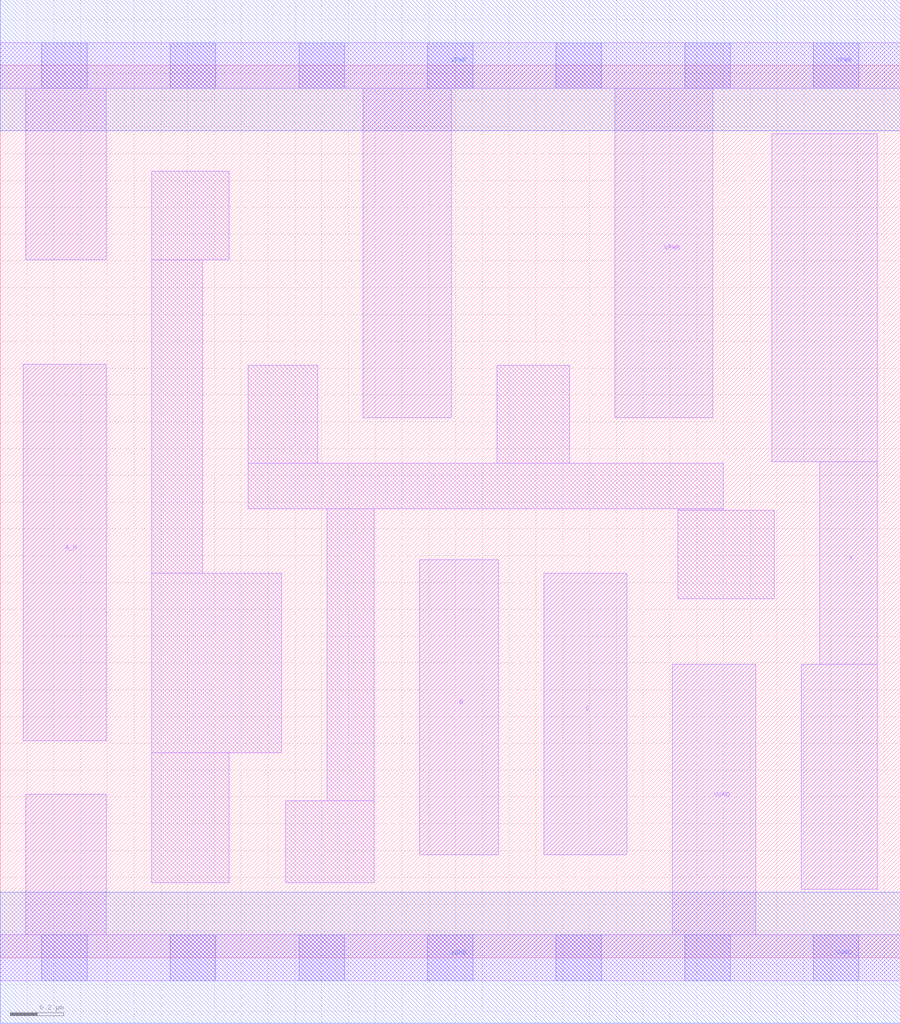
<source format=lef>
# Copyright 2020 The SkyWater PDK Authors
#
# Licensed under the Apache License, Version 2.0 (the "License");
# you may not use this file except in compliance with the License.
# You may obtain a copy of the License at
#
#     https://www.apache.org/licenses/LICENSE-2.0
#
# Unless required by applicable law or agreed to in writing, software
# distributed under the License is distributed on an "AS IS" BASIS,
# WITHOUT WARRANTIES OR CONDITIONS OF ANY KIND, either express or implied.
# See the License for the specific language governing permissions and
# limitations under the License.
#
# SPDX-License-Identifier: Apache-2.0

VERSION 5.7 ;
  NAMESCASESENSITIVE ON ;
  NOWIREEXTENSIONATPIN ON ;
  DIVIDERCHAR "/" ;
  BUSBITCHARS "[]" ;
UNITS
  DATABASE MICRONS 200 ;
END UNITS
MACRO sky130_fd_sc_lp__and3b_1
  CLASS CORE ;
  SOURCE USER ;
  FOREIGN sky130_fd_sc_lp__and3b_1 ;
  ORIGIN  0.000000  0.000000 ;
  SIZE  3.360000 BY  3.330000 ;
  SYMMETRY X Y R90 ;
  SITE unit ;
  PIN A_N
    ANTENNAGATEAREA  0.126000 ;
    DIRECTION INPUT ;
    USE SIGNAL ;
    PORT
      LAYER li1 ;
        RECT 0.085000 0.810000 0.395000 2.215000 ;
    END
  END A_N
  PIN B
    ANTENNAGATEAREA  0.126000 ;
    DIRECTION INPUT ;
    USE SIGNAL ;
    PORT
      LAYER li1 ;
        RECT 1.565000 0.385000 1.860000 1.485000 ;
    END
  END B
  PIN C
    ANTENNAGATEAREA  0.126000 ;
    DIRECTION INPUT ;
    USE SIGNAL ;
    PORT
      LAYER li1 ;
        RECT 2.030000 0.385000 2.340000 1.435000 ;
    END
  END C
  PIN X
    ANTENNADIFFAREA  0.556500 ;
    DIRECTION OUTPUT ;
    USE SIGNAL ;
    PORT
      LAYER li1 ;
        RECT 2.880000 1.850000 3.275000 3.075000 ;
        RECT 2.990000 0.255000 3.275000 1.095000 ;
        RECT 3.060000 1.095000 3.275000 1.850000 ;
    END
  END X
  PIN VGND
    DIRECTION INOUT ;
    USE GROUND ;
    PORT
      LAYER li1 ;
        RECT 0.000000 -0.085000 3.360000 0.085000 ;
        RECT 0.095000  0.085000 0.395000 0.610000 ;
        RECT 2.510000  0.085000 2.820000 1.095000 ;
      LAYER mcon ;
        RECT 0.155000 -0.085000 0.325000 0.085000 ;
        RECT 0.635000 -0.085000 0.805000 0.085000 ;
        RECT 1.115000 -0.085000 1.285000 0.085000 ;
        RECT 1.595000 -0.085000 1.765000 0.085000 ;
        RECT 2.075000 -0.085000 2.245000 0.085000 ;
        RECT 2.555000 -0.085000 2.725000 0.085000 ;
        RECT 3.035000 -0.085000 3.205000 0.085000 ;
      LAYER met1 ;
        RECT 0.000000 -0.245000 3.360000 0.245000 ;
    END
  END VGND
  PIN VPWR
    DIRECTION INOUT ;
    USE POWER ;
    PORT
      LAYER li1 ;
        RECT 0.000000 3.245000 3.360000 3.415000 ;
        RECT 0.095000 2.605000 0.395000 3.245000 ;
        RECT 1.355000 2.015000 1.685000 3.245000 ;
        RECT 2.295000 2.015000 2.660000 3.245000 ;
      LAYER mcon ;
        RECT 0.155000 3.245000 0.325000 3.415000 ;
        RECT 0.635000 3.245000 0.805000 3.415000 ;
        RECT 1.115000 3.245000 1.285000 3.415000 ;
        RECT 1.595000 3.245000 1.765000 3.415000 ;
        RECT 2.075000 3.245000 2.245000 3.415000 ;
        RECT 2.555000 3.245000 2.725000 3.415000 ;
        RECT 3.035000 3.245000 3.205000 3.415000 ;
      LAYER met1 ;
        RECT 0.000000 3.085000 3.360000 3.575000 ;
    END
  END VPWR
  OBS
    LAYER li1 ;
      RECT 0.565000 0.280000 0.855000 0.765000 ;
      RECT 0.565000 0.765000 1.050000 1.435000 ;
      RECT 0.565000 1.435000 0.755000 2.605000 ;
      RECT 0.565000 2.605000 0.855000 2.935000 ;
      RECT 0.925000 1.675000 2.700000 1.845000 ;
      RECT 0.925000 1.845000 1.185000 2.210000 ;
      RECT 1.065000 0.280000 1.395000 0.585000 ;
      RECT 1.220000 0.585000 1.395000 1.675000 ;
      RECT 1.855000 1.845000 2.125000 2.210000 ;
      RECT 2.530000 1.340000 2.890000 1.670000 ;
      RECT 2.530000 1.670000 2.700000 1.675000 ;
  END
END sky130_fd_sc_lp__and3b_1

</source>
